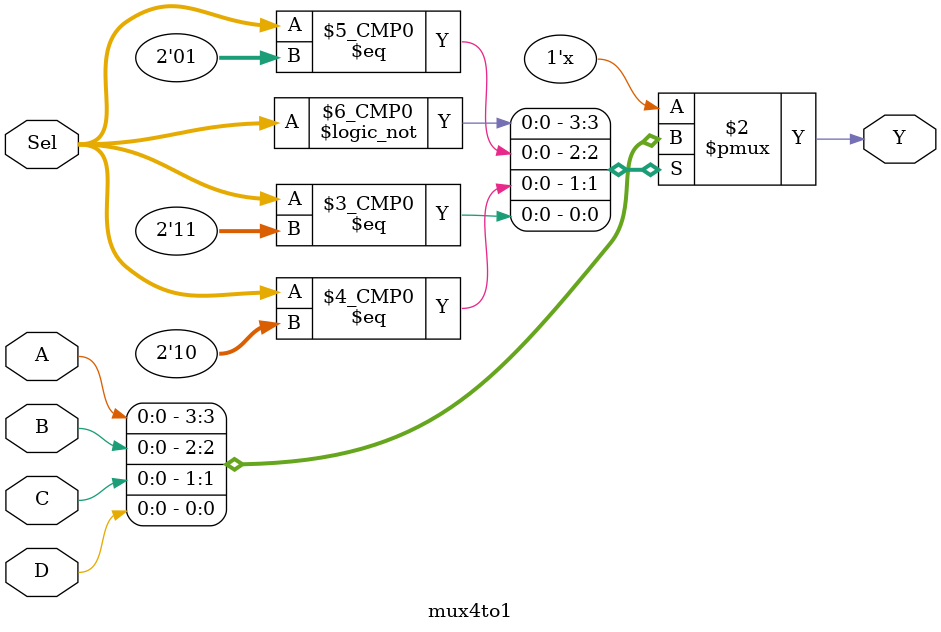
<source format=v>
module mux4to1 (
    input A,
    input B,
    input C,
    input D,
    input [1:0]Sel,
    output reg Y
);

    always @(*) begin
        case(Sel)
            2'b00: Y = A;
            2'b01: Y = B;
            2'b10: Y = C;
            2'b11: Y = D;
        endcase
    end
endmodule
</source>
